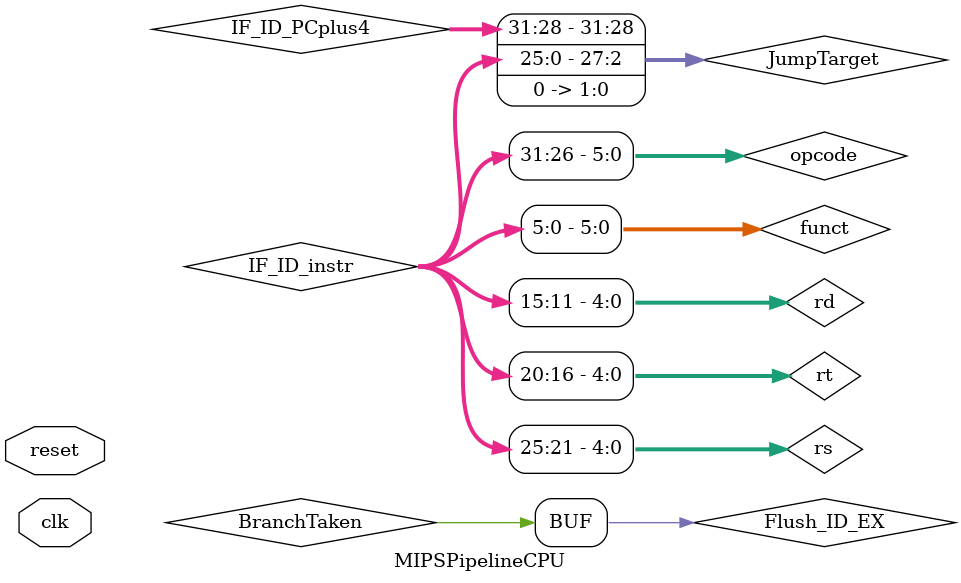
<source format=v>

module MIPSPipelineCPU(
    input wire clk,
    input wire reset
);

//========================================================
// IF WIRES
//========================================================
wire [31:0] PC, nextPC, instr, PCplus4;

//========================================================
// ID WIRES
//========================================================
wire [31:0] IF_ID_instr, IF_ID_PCplus4;
wire        IF_ID_Write, PCWrite, ID_EX_Flush;

wire [5:0] opcode = IF_ID_instr[31:26];
wire [4:0] rs     = IF_ID_instr[25:21];
wire [4:0] rt     = IF_ID_instr[20:16];
wire [4:0] rd     = IF_ID_instr[15:11];
wire [5:0] funct  = IF_ID_instr[5:0];

wire RegDst, ALUSrc, MemtoReg, RegWrite, MemRead, MemWrite;
wire Branch, Jump;
wire [1:0] ALUOp;

wire [31:0] readData1, readData2, imm;

//========================================================
// ID/EX WIRES
//========================================================
wire [31:0] ID_EX_PCplus4, ID_EX_readData1, ID_EX_readData2;
wire [31:0] ID_EX_imm;
wire [4:0]  ID_EX_rs, ID_EX_rt, ID_EX_rd;
wire [5:0]  ID_EX_funct;

wire        ID_EX_RegDst, ID_EX_ALUSrc, ID_EX_MemtoReg, ID_EX_RegWrite;
wire        ID_EX_MemRead, ID_EX_MemWrite, ID_EX_Branch, ID_EX_Jump;
wire [1:0]  ID_EX_ALUOp;

//========================================================
// EX WIRES
//========================================================
wire [3:0]  ALUControl;
wire [1:0]  ForwardA, ForwardB;

wire [31:0] ALU_in1, ALU_op2, ALU_in2, ALUResult;
wire        Zero;

wire [31:0] BranchTarget;
wire [4:0]  WriteReg_EX;

//========================================================
// EX/MEM WIRES
//========================================================
wire [31:0] EX_MEM_ALUResult, EX_MEM_readData2, EX_MEM_BranchTarget;
wire        EX_MEM_Zero;
wire [4:0]  EX_MEM_WriteReg;

wire        EX_MEM_MemRead, EX_MEM_MemWrite, EX_MEM_MemtoReg;
wire        EX_MEM_RegWrite, EX_MEM_Branch, EX_MEM_Jump;

//========================================================
// MEM/WB WIRES
//========================================================
wire [31:0] MEM_WB_ReadData, MEM_WB_ALUResult;
wire [4:0]  MEM_WB_WriteReg;
wire        MEM_WB_RegWrite, MEM_WB_MemtoReg;

wire [31:0] WB_WriteData;

// *** MISSING EARLIER - FIXED NOW ***
wire [31:0] ReadData_MEM;

//========================================================
// IF STAGE
//========================================================
ProgramCounter PCreg (
    .clk(clk),
    .reset(reset),
    .PCWrite(PCWrite),
    .nextPC(nextPC),
    .PC(PC)
);

PCAdder adder (
    .PC(PC),
    .PCplus4(PCplus4)
);

InstructionMemory imem (
    .addr(PC),
    .instr(instr)
);

//========================================================
// BRANCH & JUMP DECISION
//========================================================

// Branch resolved in EX stage
wire BranchTaken = ID_EX_Branch & Zero;

// Jump target from ID stage
wire [31:0] JumpTarget =
    {IF_ID_PCplus4[31:28], IF_ID_instr[25:0], 2'b00};

// Flush rules
wire Flush_IF_ID = Jump | BranchTaken;
wire Flush_ID_EX = BranchTaken;

//========================================================
// IF/ID PIPELINE REGISTER
//========================================================
IF_ID if_id (
    .clk(clk),
    .reset(reset),
    .stall(!IF_ID_Write),
    .flush(Flush_IF_ID),
    .instr_in(instr),
    .PCplus4_in(PCplus4),
    .instr_out(IF_ID_instr),
    .PCplus4_out(IF_ID_PCplus4)
);

//========================================================
// ID STAGE
//========================================================
ControlUnit ctrl (
    .opcode(opcode),
    .RegDst(RegDst),
    .ALUSrc(ALUSrc),
    .MemtoReg(MemtoReg),
    .RegWrite(RegWrite),
    .MemRead(MemRead),
    .MemWrite(MemWrite),
    .Branch(Branch),
    .Jump(Jump),
    .ALUOp(ALUOp)
);

RegisterFile rf (
    .clk(clk),
    .RegWrite(MEM_WB_RegWrite),
    .readReg1(rs),
    .readReg2(rt),
    .writeReg(MEM_WB_WriteReg),
    .writeData(WB_WriteData),
    .readData1(readData1),
    .readData2(readData2)
);

ImmGen immgen (
    .instr(IF_ID_instr),
    .imm_out(imm)
);

//========================================================
// HAZARD DETECTION UNIT
//========================================================
HazardDetectionUnit hazard (
    .ID_EX_MemRead(ID_EX_MemRead),
    .ID_EX_rt(ID_EX_rt),
    .IF_ID_rs(rs),
    .IF_ID_rt(rt),
    .PCWrite(PCWrite),
    .IF_ID_Write(IF_ID_Write),
    .ID_EX_Flush(ID_EX_Flush)
);

//========================================================
// ID/EX PIPELINE REGISTER
//========================================================
ID_EX id_ex (
    .clk(clk),
    .reset(reset),
    .stall(1'b0),                           // was 0
    .flush(ID_EX_Flush | Flush_ID_EX),

    .PCplus4_in(IF_ID_PCplus4),
    .readData1_in(readData1),
    .readData2_in(readData2),
    .imm_in(imm),
    .rs_in(rs),
    .rt_in(rt),
    .rd_in(rd),
    .funct_in(funct),

    .RegDst_in(RegDst),
    .ALUSrc_in(ALUSrc),
    .ALUOp_in(ALUOp),
    .MemRead_in(MemRead),
    .MemWrite_in(MemWrite),
    .MemtoReg_in(MemtoReg),
    .RegWrite_in(RegWrite),
    .Branch_in(Branch),
    .Jump_in(Jump),

    .PCplus4_out(ID_EX_PCplus4),
    .readData1_out(ID_EX_readData1),
    .readData2_out(ID_EX_readData2),
    .imm_out(ID_EX_imm),
    .rs_out(ID_EX_rs),
    .rt_out(ID_EX_rt),
    .rd_out(ID_EX_rd),
    .funct_out(ID_EX_funct),

    .RegDst_out(ID_EX_RegDst),
    .ALUSrc_out(ID_EX_ALUSrc),
    .ALUOp_out(ID_EX_ALUOp),
    .MemRead_out(ID_EX_MemRead),
    .MemWrite_out(ID_EX_MemWrite),
    .MemtoReg_out(ID_EX_MemtoReg),
    .RegWrite_out(ID_EX_RegWrite),
    .Branch_out(ID_EX_Branch),
    .Jump_out(ID_EX_Jump)
);

//========================================================
// FORWARDING UNIT
//========================================================
ForwardingUnit fwd (
    .EX_MEM_RegWrite(EX_MEM_RegWrite),
    .EX_MEM_WriteReg(EX_MEM_WriteReg),
    .MEM_WB_RegWrite(MEM_WB_RegWrite),
    .MEM_WB_WriteReg(MEM_WB_WriteReg),
    .ID_EX_rs(ID_EX_rs),
    .ID_EX_rt(ID_EX_rt),
    .ForwardA(ForwardA),
    .ForwardB(ForwardB)
);

//========================================================
// EX STAGE
//========================================================
assign ALU_in1 =
    (ForwardA == 2'b10) ? EX_MEM_ALUResult :
    (ForwardA == 2'b01) ? WB_WriteData :
                          ID_EX_readData1;

assign ALU_op2 =
    (ForwardB == 2'b10) ? EX_MEM_ALUResult :
    (ForwardB == 2'b01) ? WB_WriteData :
                          ID_EX_readData2;

assign ALU_in2 = (ID_EX_ALUSrc ? ID_EX_imm : ALU_op2);

ALUControl alu_ctl (
    .ALUOp(ID_EX_ALUOp),
    .funct(ID_EX_funct),
    .ALUControl(ALUControl)
);

ALU alu (
    .A(ALU_in1),
    .B(ALU_in2),
    .ALUControl(ALUControl),
    .ALUResult(ALUResult),
    .Zero(Zero)
);

assign BranchTarget = ID_EX_PCplus4 + (ID_EX_imm << 2);
assign WriteReg_EX  = (ID_EX_RegDst ? ID_EX_rd : ID_EX_rt);

//========================================================
// EX/MEM PIPELINE REGISTER
//========================================================
EX_MEM ex_mem (
    .clk(clk),
    .reset(reset),
    .flush(1'b0),                         // was 0
    .stall(1'b0),                         // was 0

    .ALUResult_in(ALUResult),
    .readData2_in(ALU_op2),
    .BranchTarget_in(BranchTarget),
    .Zero_in(Zero),
    .WriteReg_in(WriteReg_EX),

    .MemRead_in(ID_EX_MemRead),
    .MemWrite_in(ID_EX_MemWrite),
    .MemtoReg_in(ID_EX_MemtoReg),
    .RegWrite_in(ID_EX_RegWrite),
    .Branch_in(ID_EX_Branch),
    .Jump_in(ID_EX_Jump),

    .ALUResult_out(EX_MEM_ALUResult),
    .readData2_out(EX_MEM_readData2),
    .BranchTarget_out(EX_MEM_BranchTarget),
    .Zero_out(EX_MEM_Zero),
    .WriteReg_out(EX_MEM_WriteReg),

    .MemRead_out(EX_MEM_MemRead),
    .MemWrite_out(EX_MEM_MemWrite),
    .MemtoReg_out(EX_MEM_MemtoReg),
    .RegWrite_out(EX_MEM_RegWrite),
    .Branch_out(EX_MEM_Branch),
    .Jump_out(EX_MEM_Jump)
);

//========================================================
// MEM STAGE
//========================================================
DataMemory dmem (
    .clk(clk),
    .MemRead(EX_MEM_MemRead),
    .MemWrite(EX_MEM_MemWrite),
    .addr(EX_MEM_ALUResult),
    .writeData(EX_MEM_readData2),
    .readData(ReadData_MEM)
);

//========================================================
// MEM/WB PIPELINE REGISTER
//========================================================
MEM_WB mem_wb (
    .clk(clk),
    .reset(reset),
    .stall(1'b0),                         // was 0
    .flush(1'b0),                         // was 0

    .ReadData_in(ReadData_MEM),
    .ALUResult_in(EX_MEM_ALUResult),
    .WriteReg_in(EX_MEM_WriteReg),
    .RegWrite_in(EX_MEM_RegWrite),
    .MemtoReg_in(EX_MEM_MemtoReg),

    .ReadData_out(MEM_WB_ReadData),
    .ALUResult_out(MEM_WB_ALUResult),
    .WriteReg_out(MEM_WB_WriteReg),
    .RegWrite_out(MEM_WB_RegWrite),
    .MemtoReg_out(MEM_WB_MemtoReg)
);

//========================================================
// WRITEBACK
//========================================================
assign WB_WriteData =
    (MEM_WB_MemtoReg ? MEM_WB_ReadData : MEM_WB_ALUResult);

//========================================================
// FINAL PC UPDATE
//========================================================
assign nextPC =
    (!PCWrite)      ? PC :
    Jump            ? JumpTarget :
    BranchTaken     ? BranchTarget :
                      PCplus4;

endmodule

</source>
